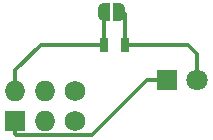
<source format=gbl>
%TF.GenerationSoftware,KiCad,Pcbnew,(6.0.0)*%
%TF.CreationDate,2022-01-13T20:13:22-06:00*%
%TF.ProjectId,DieHardSAO,44696548-6172-4645-9341-4f2e6b696361,rev?*%
%TF.SameCoordinates,Original*%
%TF.FileFunction,Copper,L2,Bot*%
%TF.FilePolarity,Positive*%
%FSLAX46Y46*%
G04 Gerber Fmt 4.6, Leading zero omitted, Abs format (unit mm)*
G04 Created by KiCad (PCBNEW (6.0.0)) date 2022-01-13 20:13:22*
%MOMM*%
%LPD*%
G01*
G04 APERTURE LIST*
G04 Aperture macros list*
%AMFreePoly0*
4,1,20,0.000000,0.744959,0.073905,0.744508,0.209726,0.703889,0.328688,0.626782,0.421226,0.519385,0.479903,0.390333,0.500000,0.250000,0.500000,-0.250000,0.499851,-0.262216,0.476331,-0.402017,0.414519,-0.529596,0.319384,-0.634700,0.198574,-0.708877,0.061801,-0.746166,0.000000,-0.745033,0.000000,-0.750000,-0.500000,-0.750000,-0.500000,0.750000,0.000000,0.750000,0.000000,0.744959,
0.000000,0.744959,$1*%
%AMFreePoly1*
4,1,22,0.500000,-0.750000,0.000000,-0.750000,0.000000,-0.745033,-0.079941,-0.743568,-0.215256,-0.701293,-0.333266,-0.622738,-0.424486,-0.514219,-0.481581,-0.384460,-0.499164,-0.250000,-0.500000,-0.250000,-0.500000,0.250000,-0.499164,0.250000,-0.499963,0.256109,-0.478152,0.396186,-0.417904,0.524511,-0.324060,0.630769,-0.204165,0.706417,-0.067858,0.745374,0.000000,0.744959,0.000000,0.750000,
0.500000,0.750000,0.500000,-0.750000,0.500000,-0.750000,$1*%
G04 Aperture macros list end*
%TA.AperFunction,SMDPad,CuDef*%
%ADD10R,0.797560X1.198880*%
%TD*%
%TA.AperFunction,ComponentPad*%
%ADD11C,1.800000*%
%TD*%
%TA.AperFunction,ComponentPad*%
%ADD12R,1.800000X1.800000*%
%TD*%
%TA.AperFunction,SMDPad,CuDef*%
%ADD13FreePoly0,0.000000*%
%TD*%
%TA.AperFunction,SMDPad,CuDef*%
%ADD14FreePoly1,0.000000*%
%TD*%
%TA.AperFunction,ComponentPad*%
%ADD15C,1.727200*%
%TD*%
%TA.AperFunction,ComponentPad*%
%ADD16O,1.727200X1.727200*%
%TD*%
%TA.AperFunction,ComponentPad*%
%ADD17R,1.727200X1.727200*%
%TD*%
%TA.AperFunction,Conductor*%
%ADD18C,0.300000*%
%TD*%
G04 APERTURE END LIST*
D10*
%TO.P,R1,2,2*%
%TO.N,Net-(D1-Pad2)*%
X115899160Y-103000000D03*
%TO.P,R1,1,1*%
%TO.N,Net-(X1-Pad1)*%
X114100840Y-103000000D03*
%TD*%
D11*
%TO.P,D1,2,A*%
%TO.N,Net-(D1-Pad2)*%
X122015000Y-106000000D03*
D12*
%TO.P,D1,1,C*%
%TO.N,Net-(X1-Pad2)*%
X119475000Y-106000000D03*
%TD*%
D13*
%TO.P,JP1,2,2*%
%TO.N,Net-(D1-Pad2)*%
X115400000Y-100250000D03*
D14*
%TO.P,JP1,1,1*%
%TO.N,Net-(X1-Pad1)*%
X114100000Y-100250000D03*
%TD*%
D15*
%TO.P,X1,6,GPIO2*%
%TO.N,unconnected-(X1-Pad6)*%
X111680200Y-109438400D03*
%TO.P,X1,5,GPIO1*%
%TO.N,unconnected-(X1-Pad5)*%
X111680200Y-106898400D03*
D16*
%TO.P,X1,4,SCL*%
%TO.N,unconnected-(X1-Pad4)*%
X109140200Y-109438400D03*
%TO.P,X1,3,SDA*%
%TO.N,unconnected-(X1-Pad3)*%
X109140200Y-106898400D03*
D17*
%TO.P,X1,2,GND*%
%TO.N,Net-(X1-Pad2)*%
X106600200Y-109438400D03*
D16*
%TO.P,X1,1,VCC*%
%TO.N,Net-(X1-Pad1)*%
X106600200Y-106898400D03*
%TD*%
D18*
%TO.N,Net-(X1-Pad2)*%
X113098489Y-110651511D02*
X117750000Y-106000000D01*
X117750000Y-106000000D02*
X119475000Y-106000000D01*
X106600200Y-110600200D02*
X106651511Y-110651511D01*
X106600200Y-109438400D02*
X106600200Y-110600200D01*
X106651511Y-110651511D02*
X113098489Y-110651511D01*
%TO.N,Net-(D1-Pad2)*%
X122015000Y-103765000D02*
X122015000Y-106000000D01*
X121250000Y-103000000D02*
X122015000Y-103765000D01*
X115899160Y-103000000D02*
X121250000Y-103000000D01*
X115899160Y-100399160D02*
X115899160Y-103000000D01*
X115750000Y-100250000D02*
X115899160Y-100399160D01*
X115400000Y-100250000D02*
X115750000Y-100250000D01*
%TO.N,Net-(X1-Pad1)*%
X114100840Y-103000000D02*
X114100840Y-100250840D01*
X114100840Y-100250840D02*
X114100000Y-100250000D01*
X108750000Y-103000000D02*
X114100840Y-103000000D01*
X106600200Y-106898400D02*
X106600200Y-105149800D01*
X106600200Y-105149800D02*
X108750000Y-103000000D01*
%TD*%
M02*

</source>
